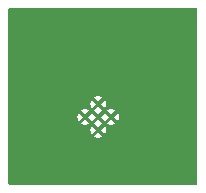
<source format=gbl>
G04 #@! TF.GenerationSoftware,KiCad,Pcbnew,8.0.7*
G04 #@! TF.CreationDate,2025-01-11T12:37:20+01:00*
G04 #@! TF.ProjectId,NGCL,4e47434c-2e6b-4696-9361-645f70636258,rev?*
G04 #@! TF.SameCoordinates,Original*
G04 #@! TF.FileFunction,Copper,L2,Bot*
G04 #@! TF.FilePolarity,Positive*
%FSLAX46Y46*%
G04 Gerber Fmt 4.6, Leading zero omitted, Abs format (unit mm)*
G04 Created by KiCad (PCBNEW 8.0.7) date 2025-01-11 12:37:20*
%MOMM*%
%LPD*%
G01*
G04 APERTURE LIST*
G04 #@! TA.AperFunction,ComponentPad*
%ADD10C,0.300000*%
G04 #@! TD*
G04 #@! TA.AperFunction,ViaPad*
%ADD11C,0.600000*%
G04 #@! TD*
G04 APERTURE END LIST*
D10*
G04 #@! TO.P,U1,25,EP*
G04 #@! TO.N,GND*
X145987500Y-104750000D03*
X147087500Y-103650000D03*
X147087500Y-104750000D03*
X147087500Y-105850000D03*
X148187500Y-104750000D03*
G04 #@! TD*
D11*
G04 #@! TO.N,GND*
X141000000Y-97000000D03*
X143400000Y-100000000D03*
X143400000Y-98000000D03*
G04 #@! TD*
G04 #@! TA.AperFunction,Conductor*
G04 #@! TO.N,GND*
G36*
X155442539Y-95520185D02*
G01*
X155488294Y-95572989D01*
X155499500Y-95624500D01*
X155499500Y-110375500D01*
X155479815Y-110442539D01*
X155427011Y-110488294D01*
X155375500Y-110499500D01*
X139624500Y-110499500D01*
X139557461Y-110479815D01*
X139511706Y-110427011D01*
X139500500Y-110375500D01*
X139500500Y-106404430D01*
X146745199Y-106404430D01*
X146745199Y-106404431D01*
X146855312Y-106462223D01*
X147008575Y-106500000D01*
X147166425Y-106500000D01*
X147319685Y-106462224D01*
X147429799Y-106404430D01*
X147087501Y-106062132D01*
X147087500Y-106062132D01*
X146745199Y-106404430D01*
X139500500Y-106404430D01*
X139500500Y-105850000D01*
X146432726Y-105850000D01*
X146451753Y-106006699D01*
X146507722Y-106154283D01*
X146507725Y-106154288D01*
X146533596Y-106191770D01*
X146533597Y-106191770D01*
X146875368Y-105850000D01*
X146855477Y-105830109D01*
X146987500Y-105830109D01*
X146987500Y-105869891D01*
X147002724Y-105906645D01*
X147030855Y-105934776D01*
X147067609Y-105950000D01*
X147107391Y-105950000D01*
X147144145Y-105934776D01*
X147172276Y-105906645D01*
X147187500Y-105869891D01*
X147187500Y-105849999D01*
X147299632Y-105849999D01*
X147299632Y-105850001D01*
X147641401Y-106191770D01*
X147667273Y-106154290D01*
X147723247Y-106006697D01*
X147742273Y-105850000D01*
X147723247Y-105693302D01*
X147667273Y-105545709D01*
X147641401Y-105508229D01*
X147641401Y-105508228D01*
X147299632Y-105849999D01*
X147187500Y-105849999D01*
X147187500Y-105830109D01*
X147172276Y-105793355D01*
X147144145Y-105765224D01*
X147107391Y-105750000D01*
X147067609Y-105750000D01*
X147030855Y-105765224D01*
X147002724Y-105793355D01*
X146987500Y-105830109D01*
X146855477Y-105830109D01*
X146533596Y-105508228D01*
X146507727Y-105545707D01*
X146507724Y-105545713D01*
X146451753Y-105693301D01*
X146432726Y-105850000D01*
X139500500Y-105850000D01*
X139500500Y-105304430D01*
X145645199Y-105304430D01*
X145645199Y-105304431D01*
X145755312Y-105362223D01*
X145908575Y-105400000D01*
X146066425Y-105400000D01*
X146219685Y-105362224D01*
X146329799Y-105304430D01*
X146325369Y-105300000D01*
X146749632Y-105300000D01*
X147087500Y-105637868D01*
X147420938Y-105304430D01*
X147845199Y-105304430D01*
X147845199Y-105304431D01*
X147955312Y-105362223D01*
X148108575Y-105400000D01*
X148266425Y-105400000D01*
X148419685Y-105362224D01*
X148529799Y-105304430D01*
X148187501Y-104962132D01*
X148187500Y-104962132D01*
X147845199Y-105304430D01*
X147420938Y-105304430D01*
X147425368Y-105300000D01*
X147087500Y-104962132D01*
X146749632Y-105300000D01*
X146325369Y-105300000D01*
X145987501Y-104962132D01*
X145987500Y-104962132D01*
X145645199Y-105304430D01*
X139500500Y-105304430D01*
X139500500Y-104750000D01*
X145332726Y-104750000D01*
X145351753Y-104906699D01*
X145407722Y-105054283D01*
X145407725Y-105054288D01*
X145433596Y-105091770D01*
X145433597Y-105091770D01*
X145775368Y-104750000D01*
X145755477Y-104730109D01*
X145887500Y-104730109D01*
X145887500Y-104769891D01*
X145902724Y-104806645D01*
X145930855Y-104834776D01*
X145967609Y-104850000D01*
X146007391Y-104850000D01*
X146044145Y-104834776D01*
X146072276Y-104806645D01*
X146087500Y-104769891D01*
X146087500Y-104750000D01*
X146199632Y-104750000D01*
X146537500Y-105087868D01*
X146875368Y-104750000D01*
X146855477Y-104730109D01*
X146987500Y-104730109D01*
X146987500Y-104769891D01*
X147002724Y-104806645D01*
X147030855Y-104834776D01*
X147067609Y-104850000D01*
X147107391Y-104850000D01*
X147144145Y-104834776D01*
X147172276Y-104806645D01*
X147187500Y-104769891D01*
X147187500Y-104750000D01*
X147299632Y-104750000D01*
X147637500Y-105087868D01*
X147975368Y-104750000D01*
X147955477Y-104730109D01*
X148087500Y-104730109D01*
X148087500Y-104769891D01*
X148102724Y-104806645D01*
X148130855Y-104834776D01*
X148167609Y-104850000D01*
X148207391Y-104850000D01*
X148244145Y-104834776D01*
X148272276Y-104806645D01*
X148287500Y-104769891D01*
X148287500Y-104749999D01*
X148399632Y-104749999D01*
X148399632Y-104750001D01*
X148741401Y-105091770D01*
X148767273Y-105054290D01*
X148823247Y-104906697D01*
X148842273Y-104750000D01*
X148823247Y-104593302D01*
X148767273Y-104445709D01*
X148741401Y-104408229D01*
X148741401Y-104408228D01*
X148399632Y-104749999D01*
X148287500Y-104749999D01*
X148287500Y-104730109D01*
X148272276Y-104693355D01*
X148244145Y-104665224D01*
X148207391Y-104650000D01*
X148167609Y-104650000D01*
X148130855Y-104665224D01*
X148102724Y-104693355D01*
X148087500Y-104730109D01*
X147955477Y-104730109D01*
X147637500Y-104412132D01*
X147299632Y-104750000D01*
X147187500Y-104750000D01*
X147187500Y-104730109D01*
X147172276Y-104693355D01*
X147144145Y-104665224D01*
X147107391Y-104650000D01*
X147067609Y-104650000D01*
X147030855Y-104665224D01*
X147002724Y-104693355D01*
X146987500Y-104730109D01*
X146855477Y-104730109D01*
X146537500Y-104412132D01*
X146199632Y-104750000D01*
X146087500Y-104750000D01*
X146087500Y-104730109D01*
X146072276Y-104693355D01*
X146044145Y-104665224D01*
X146007391Y-104650000D01*
X145967609Y-104650000D01*
X145930855Y-104665224D01*
X145902724Y-104693355D01*
X145887500Y-104730109D01*
X145755477Y-104730109D01*
X145433596Y-104408228D01*
X145407727Y-104445707D01*
X145407724Y-104445713D01*
X145351753Y-104593301D01*
X145332726Y-104750000D01*
X139500500Y-104750000D01*
X139500500Y-104195568D01*
X145645200Y-104195568D01*
X145987500Y-104537868D01*
X145987501Y-104537868D01*
X146325366Y-104200000D01*
X146749632Y-104200000D01*
X147087500Y-104537868D01*
X147425368Y-104200000D01*
X147420936Y-104195568D01*
X147845200Y-104195568D01*
X148187500Y-104537868D01*
X148187501Y-104537868D01*
X148529799Y-104195567D01*
X148419683Y-104137775D01*
X148266425Y-104100000D01*
X148108575Y-104100000D01*
X147955315Y-104137775D01*
X147845200Y-104195568D01*
X147420936Y-104195568D01*
X147087500Y-103862132D01*
X146749632Y-104200000D01*
X146325366Y-104200000D01*
X146329799Y-104195567D01*
X146219683Y-104137775D01*
X146066425Y-104100000D01*
X145908575Y-104100000D01*
X145755315Y-104137775D01*
X145645200Y-104195568D01*
X139500500Y-104195568D01*
X139500500Y-103650000D01*
X146432726Y-103650000D01*
X146451753Y-103806699D01*
X146507722Y-103954283D01*
X146507725Y-103954288D01*
X146533596Y-103991770D01*
X146533597Y-103991770D01*
X146875368Y-103650000D01*
X146855477Y-103630109D01*
X146987500Y-103630109D01*
X146987500Y-103669891D01*
X147002724Y-103706645D01*
X147030855Y-103734776D01*
X147067609Y-103750000D01*
X147107391Y-103750000D01*
X147144145Y-103734776D01*
X147172276Y-103706645D01*
X147187500Y-103669891D01*
X147187500Y-103649999D01*
X147299632Y-103649999D01*
X147299632Y-103650001D01*
X147641401Y-103991770D01*
X147667273Y-103954290D01*
X147723247Y-103806697D01*
X147742273Y-103650000D01*
X147723247Y-103493302D01*
X147667273Y-103345709D01*
X147641401Y-103308229D01*
X147641401Y-103308228D01*
X147299632Y-103649999D01*
X147187500Y-103649999D01*
X147187500Y-103630109D01*
X147172276Y-103593355D01*
X147144145Y-103565224D01*
X147107391Y-103550000D01*
X147067609Y-103550000D01*
X147030855Y-103565224D01*
X147002724Y-103593355D01*
X146987500Y-103630109D01*
X146855477Y-103630109D01*
X146533596Y-103308228D01*
X146507727Y-103345707D01*
X146507724Y-103345713D01*
X146451753Y-103493301D01*
X146432726Y-103650000D01*
X139500500Y-103650000D01*
X139500500Y-103095568D01*
X146745200Y-103095568D01*
X147087500Y-103437868D01*
X147087501Y-103437868D01*
X147429799Y-103095567D01*
X147319683Y-103037775D01*
X147166425Y-103000000D01*
X147008575Y-103000000D01*
X146855315Y-103037775D01*
X146745200Y-103095568D01*
X139500500Y-103095568D01*
X139500500Y-95624500D01*
X139520185Y-95557461D01*
X139572989Y-95511706D01*
X139624500Y-95500500D01*
X155375500Y-95500500D01*
X155442539Y-95520185D01*
G37*
G04 #@! TD.AperFunction*
G04 #@! TD*
M02*

</source>
